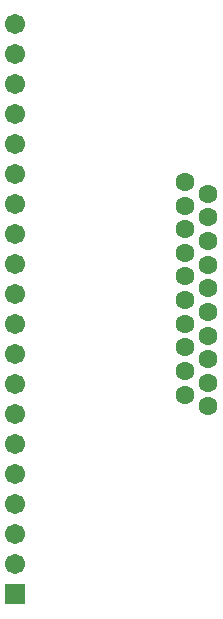
<source format=gbs>
G04*
G04 #@! TF.GenerationSoftware,Altium Limited,Altium Designer,20.1.7 (139)*
G04*
G04 Layer_Color=16711935*
%FSLAX25Y25*%
%MOIN*%
G70*
G04*
G04 #@! TF.SameCoordinates,17503974-A5A2-4C32-8372-7ECB8DF3FFA4*
G04*
G04*
G04 #@! TF.FilePolarity,Negative*
G04*
G01*
G75*
%ADD16R,0.06706X0.06706*%
%ADD17C,0.06706*%
%ADD18C,0.06312*%
D16*
X-28543Y-62992D02*
D03*
D17*
Y-52992D02*
D03*
Y-42992D02*
D03*
Y-32992D02*
D03*
Y-22992D02*
D03*
Y-12992D02*
D03*
Y-2992D02*
D03*
Y7008D02*
D03*
Y17008D02*
D03*
Y27008D02*
D03*
Y37008D02*
D03*
Y47008D02*
D03*
Y57008D02*
D03*
Y67008D02*
D03*
Y77008D02*
D03*
Y87008D02*
D03*
Y97008D02*
D03*
Y107008D02*
D03*
Y117008D02*
D03*
Y127008D02*
D03*
D18*
X27835Y74410D02*
D03*
X35709Y70473D02*
D03*
X27835Y66535D02*
D03*
X35709Y62598D02*
D03*
X27835Y58661D02*
D03*
X35709Y54724D02*
D03*
X27835Y50787D02*
D03*
X35709Y46850D02*
D03*
X27835Y42913D02*
D03*
X35709Y38976D02*
D03*
X27835Y35039D02*
D03*
X35709Y31102D02*
D03*
X27835Y27165D02*
D03*
X35709Y23228D02*
D03*
X27835Y19291D02*
D03*
X35709Y15354D02*
D03*
X27835Y11417D02*
D03*
X35709Y7480D02*
D03*
X27835Y3543D02*
D03*
X35709Y-394D02*
D03*
M02*

</source>
